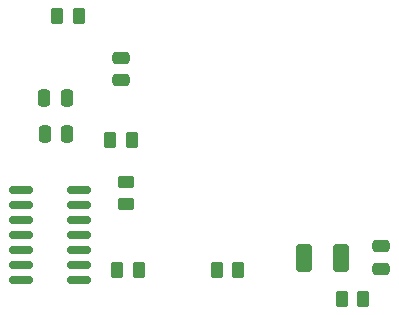
<source format=gtp>
G04 #@! TF.GenerationSoftware,KiCad,Pcbnew,7.0.9*
G04 #@! TF.CreationDate,2023-12-26T00:02:25-07:00*
G04 #@! TF.ProjectId,midi_test,6d696469-5f74-4657-9374-2e6b69636164,rev?*
G04 #@! TF.SameCoordinates,Original*
G04 #@! TF.FileFunction,Paste,Top*
G04 #@! TF.FilePolarity,Positive*
%FSLAX46Y46*%
G04 Gerber Fmt 4.6, Leading zero omitted, Abs format (unit mm)*
G04 Created by KiCad (PCBNEW 7.0.9) date 2023-12-26 00:02:25*
%MOMM*%
%LPD*%
G01*
G04 APERTURE LIST*
G04 Aperture macros list*
%AMRoundRect*
0 Rectangle with rounded corners*
0 $1 Rounding radius*
0 $2 $3 $4 $5 $6 $7 $8 $9 X,Y pos of 4 corners*
0 Add a 4 corners polygon primitive as box body*
4,1,4,$2,$3,$4,$5,$6,$7,$8,$9,$2,$3,0*
0 Add four circle primitives for the rounded corners*
1,1,$1+$1,$2,$3*
1,1,$1+$1,$4,$5*
1,1,$1+$1,$6,$7*
1,1,$1+$1,$8,$9*
0 Add four rect primitives between the rounded corners*
20,1,$1+$1,$2,$3,$4,$5,0*
20,1,$1+$1,$4,$5,$6,$7,0*
20,1,$1+$1,$6,$7,$8,$9,0*
20,1,$1+$1,$8,$9,$2,$3,0*%
G04 Aperture macros list end*
%ADD10RoundRect,0.250000X-0.475000X0.250000X-0.475000X-0.250000X0.475000X-0.250000X0.475000X0.250000X0*%
%ADD11RoundRect,0.150000X-0.825000X-0.150000X0.825000X-0.150000X0.825000X0.150000X-0.825000X0.150000X0*%
%ADD12RoundRect,0.250000X0.262500X0.450000X-0.262500X0.450000X-0.262500X-0.450000X0.262500X-0.450000X0*%
%ADD13RoundRect,0.250000X0.475000X-0.250000X0.475000X0.250000X-0.475000X0.250000X-0.475000X-0.250000X0*%
%ADD14RoundRect,0.250000X-0.262500X-0.450000X0.262500X-0.450000X0.262500X0.450000X-0.262500X0.450000X0*%
%ADD15RoundRect,0.250000X0.250000X0.475000X-0.250000X0.475000X-0.250000X-0.475000X0.250000X-0.475000X0*%
%ADD16RoundRect,0.250000X0.412500X0.925000X-0.412500X0.925000X-0.412500X-0.925000X0.412500X-0.925000X0*%
%ADD17RoundRect,0.250000X-0.250000X-0.475000X0.250000X-0.475000X0.250000X0.475000X-0.250000X0.475000X0*%
%ADD18RoundRect,0.250000X0.450000X-0.262500X0.450000X0.262500X-0.450000X0.262500X-0.450000X-0.262500X0*%
G04 APERTURE END LIST*
D10*
X170000000Y-68550000D03*
X170000000Y-70450000D03*
D11*
X161525000Y-79750000D03*
X161525000Y-81020000D03*
X161525000Y-82290000D03*
X161525000Y-83560000D03*
X161525000Y-84830000D03*
X161525000Y-86100000D03*
X161525000Y-87370000D03*
X166475000Y-87370000D03*
X166475000Y-86100000D03*
X166475000Y-84830000D03*
X166475000Y-83560000D03*
X166475000Y-82290000D03*
X166475000Y-81020000D03*
X166475000Y-79750000D03*
D12*
X171500000Y-86500000D03*
X169675000Y-86500000D03*
X190500000Y-89000000D03*
X188675000Y-89000000D03*
D13*
X192000000Y-86400000D03*
X192000000Y-84500000D03*
D14*
X178087500Y-86500000D03*
X179912500Y-86500000D03*
X164587500Y-65000000D03*
X166412500Y-65000000D03*
D15*
X165450000Y-75000000D03*
X163550000Y-75000000D03*
D16*
X188575000Y-85500000D03*
X185500000Y-85500000D03*
D17*
X163500000Y-72000000D03*
X165400000Y-72000000D03*
D14*
X169087500Y-75500000D03*
X170912500Y-75500000D03*
D18*
X170412500Y-80912500D03*
X170412500Y-79087500D03*
M02*

</source>
